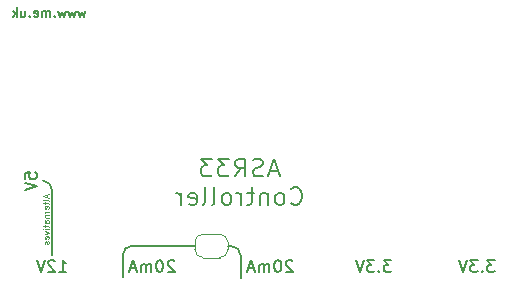
<source format=gbr>
%TF.GenerationSoftware,KiCad,Pcbnew,(6.0.1-0)*%
%TF.CreationDate,2022-01-29T16:53:29+00:00*%
%TF.ProjectId,ASR33,41535233-332e-46b6-9963-61645f706362,1*%
%TF.SameCoordinates,Original*%
%TF.FileFunction,Legend,Bot*%
%TF.FilePolarity,Positive*%
%FSLAX46Y46*%
G04 Gerber Fmt 4.6, Leading zero omitted, Abs format (unit mm)*
G04 Created by KiCad (PCBNEW (6.0.1-0)) date 2022-01-29 16:53:29*
%MOMM*%
%LPD*%
G01*
G04 APERTURE LIST*
%ADD10C,0.150000*%
%ADD11C,0.200000*%
%ADD12C,0.080000*%
%ADD13C,0.120000*%
G04 APERTURE END LIST*
D10*
X130750000Y-109750000D02*
G75*
G03*
X130000000Y-110500000I0J-750000D01*
G01*
X139219670Y-109780330D02*
X138900000Y-109750000D01*
X130750000Y-109750000D02*
X136100000Y-109750000D01*
X124000000Y-105000000D02*
G75*
G03*
X123250000Y-104250000I-750000J0D01*
G01*
X140000000Y-112500000D02*
X139969670Y-110530330D01*
X139969670Y-110530330D02*
G75*
G03*
X139219670Y-109780330I-750000J0D01*
G01*
X124000000Y-105000000D02*
X124000000Y-110500000D01*
X130000000Y-112400000D02*
X130000000Y-110500000D01*
X121702380Y-104059523D02*
X121702380Y-103583333D01*
X122178571Y-103535714D01*
X122130952Y-103583333D01*
X122083333Y-103678571D01*
X122083333Y-103916666D01*
X122130952Y-104011904D01*
X122178571Y-104059523D01*
X122273809Y-104107142D01*
X122511904Y-104107142D01*
X122607142Y-104059523D01*
X122654761Y-104011904D01*
X122702380Y-103916666D01*
X122702380Y-103678571D01*
X122654761Y-103583333D01*
X122607142Y-103535714D01*
X121702380Y-104392857D02*
X122702380Y-104726190D01*
X121702380Y-105059523D01*
X126835714Y-89828571D02*
X126683333Y-90361904D01*
X126530952Y-89980952D01*
X126378571Y-90361904D01*
X126226190Y-89828571D01*
X125997619Y-89828571D02*
X125845238Y-90361904D01*
X125692857Y-89980952D01*
X125540476Y-90361904D01*
X125388095Y-89828571D01*
X125159523Y-89828571D02*
X125007142Y-90361904D01*
X124854761Y-89980952D01*
X124702380Y-90361904D01*
X124550000Y-89828571D01*
X124245238Y-90285714D02*
X124207142Y-90323809D01*
X124245238Y-90361904D01*
X124283333Y-90323809D01*
X124245238Y-90285714D01*
X124245238Y-90361904D01*
X123864285Y-90361904D02*
X123864285Y-89828571D01*
X123864285Y-89904761D02*
X123826190Y-89866666D01*
X123750000Y-89828571D01*
X123635714Y-89828571D01*
X123559523Y-89866666D01*
X123521428Y-89942857D01*
X123521428Y-90361904D01*
X123521428Y-89942857D02*
X123483333Y-89866666D01*
X123407142Y-89828571D01*
X123292857Y-89828571D01*
X123216666Y-89866666D01*
X123178571Y-89942857D01*
X123178571Y-90361904D01*
X122492857Y-90323809D02*
X122569047Y-90361904D01*
X122721428Y-90361904D01*
X122797619Y-90323809D01*
X122835714Y-90247619D01*
X122835714Y-89942857D01*
X122797619Y-89866666D01*
X122721428Y-89828571D01*
X122569047Y-89828571D01*
X122492857Y-89866666D01*
X122454761Y-89942857D01*
X122454761Y-90019047D01*
X122835714Y-90095238D01*
X122111904Y-90285714D02*
X122073809Y-90323809D01*
X122111904Y-90361904D01*
X122150000Y-90323809D01*
X122111904Y-90285714D01*
X122111904Y-90361904D01*
X121388095Y-89828571D02*
X121388095Y-90361904D01*
X121730952Y-89828571D02*
X121730952Y-90247619D01*
X121692857Y-90323809D01*
X121616666Y-90361904D01*
X121502380Y-90361904D01*
X121426190Y-90323809D01*
X121388095Y-90285714D01*
X121007142Y-90361904D02*
X121007142Y-89561904D01*
X120930952Y-90057142D02*
X120702380Y-90361904D01*
X120702380Y-89828571D02*
X121007142Y-90133333D01*
X134357142Y-111047619D02*
X134309523Y-111000000D01*
X134214285Y-110952380D01*
X133976190Y-110952380D01*
X133880952Y-111000000D01*
X133833333Y-111047619D01*
X133785714Y-111142857D01*
X133785714Y-111238095D01*
X133833333Y-111380952D01*
X134404761Y-111952380D01*
X133785714Y-111952380D01*
X133166666Y-110952380D02*
X133071428Y-110952380D01*
X132976190Y-111000000D01*
X132928571Y-111047619D01*
X132880952Y-111142857D01*
X132833333Y-111333333D01*
X132833333Y-111571428D01*
X132880952Y-111761904D01*
X132928571Y-111857142D01*
X132976190Y-111904761D01*
X133071428Y-111952380D01*
X133166666Y-111952380D01*
X133261904Y-111904761D01*
X133309523Y-111857142D01*
X133357142Y-111761904D01*
X133404761Y-111571428D01*
X133404761Y-111333333D01*
X133357142Y-111142857D01*
X133309523Y-111047619D01*
X133261904Y-111000000D01*
X133166666Y-110952380D01*
X132404761Y-111952380D02*
X132404761Y-111285714D01*
X132404761Y-111380952D02*
X132357142Y-111333333D01*
X132261904Y-111285714D01*
X132119047Y-111285714D01*
X132023809Y-111333333D01*
X131976190Y-111428571D01*
X131976190Y-111952380D01*
X131976190Y-111428571D02*
X131928571Y-111333333D01*
X131833333Y-111285714D01*
X131690476Y-111285714D01*
X131595238Y-111333333D01*
X131547619Y-111428571D01*
X131547619Y-111952380D01*
X131119047Y-111666666D02*
X130642857Y-111666666D01*
X131214285Y-111952380D02*
X130880952Y-110952380D01*
X130547619Y-111952380D01*
D11*
X143150000Y-103442500D02*
X142435714Y-103442500D01*
X143292857Y-103871071D02*
X142792857Y-102371071D01*
X142292857Y-103871071D01*
X141864285Y-103799642D02*
X141650000Y-103871071D01*
X141292857Y-103871071D01*
X141150000Y-103799642D01*
X141078571Y-103728214D01*
X141007142Y-103585357D01*
X141007142Y-103442500D01*
X141078571Y-103299642D01*
X141150000Y-103228214D01*
X141292857Y-103156785D01*
X141578571Y-103085357D01*
X141721428Y-103013928D01*
X141792857Y-102942500D01*
X141864285Y-102799642D01*
X141864285Y-102656785D01*
X141792857Y-102513928D01*
X141721428Y-102442500D01*
X141578571Y-102371071D01*
X141221428Y-102371071D01*
X141007142Y-102442500D01*
X139507142Y-103871071D02*
X140007142Y-103156785D01*
X140364285Y-103871071D02*
X140364285Y-102371071D01*
X139792857Y-102371071D01*
X139650000Y-102442500D01*
X139578571Y-102513928D01*
X139507142Y-102656785D01*
X139507142Y-102871071D01*
X139578571Y-103013928D01*
X139650000Y-103085357D01*
X139792857Y-103156785D01*
X140364285Y-103156785D01*
X139007142Y-102371071D02*
X138078571Y-102371071D01*
X138578571Y-102942500D01*
X138364285Y-102942500D01*
X138221428Y-103013928D01*
X138150000Y-103085357D01*
X138078571Y-103228214D01*
X138078571Y-103585357D01*
X138150000Y-103728214D01*
X138221428Y-103799642D01*
X138364285Y-103871071D01*
X138792857Y-103871071D01*
X138935714Y-103799642D01*
X139007142Y-103728214D01*
X137578571Y-102371071D02*
X136650000Y-102371071D01*
X137150000Y-102942500D01*
X136935714Y-102942500D01*
X136792857Y-103013928D01*
X136721428Y-103085357D01*
X136650000Y-103228214D01*
X136650000Y-103585357D01*
X136721428Y-103728214D01*
X136792857Y-103799642D01*
X136935714Y-103871071D01*
X137364285Y-103871071D01*
X137507142Y-103799642D01*
X137578571Y-103728214D01*
X144257142Y-106143214D02*
X144328571Y-106214642D01*
X144542857Y-106286071D01*
X144685714Y-106286071D01*
X144900000Y-106214642D01*
X145042857Y-106071785D01*
X145114285Y-105928928D01*
X145185714Y-105643214D01*
X145185714Y-105428928D01*
X145114285Y-105143214D01*
X145042857Y-105000357D01*
X144900000Y-104857500D01*
X144685714Y-104786071D01*
X144542857Y-104786071D01*
X144328571Y-104857500D01*
X144257142Y-104928928D01*
X143400000Y-106286071D02*
X143542857Y-106214642D01*
X143614285Y-106143214D01*
X143685714Y-106000357D01*
X143685714Y-105571785D01*
X143614285Y-105428928D01*
X143542857Y-105357500D01*
X143400000Y-105286071D01*
X143185714Y-105286071D01*
X143042857Y-105357500D01*
X142971428Y-105428928D01*
X142900000Y-105571785D01*
X142900000Y-106000357D01*
X142971428Y-106143214D01*
X143042857Y-106214642D01*
X143185714Y-106286071D01*
X143400000Y-106286071D01*
X142257142Y-105286071D02*
X142257142Y-106286071D01*
X142257142Y-105428928D02*
X142185714Y-105357500D01*
X142042857Y-105286071D01*
X141828571Y-105286071D01*
X141685714Y-105357500D01*
X141614285Y-105500357D01*
X141614285Y-106286071D01*
X141114285Y-105286071D02*
X140542857Y-105286071D01*
X140900000Y-104786071D02*
X140900000Y-106071785D01*
X140828571Y-106214642D01*
X140685714Y-106286071D01*
X140542857Y-106286071D01*
X140042857Y-106286071D02*
X140042857Y-105286071D01*
X140042857Y-105571785D02*
X139971428Y-105428928D01*
X139900000Y-105357500D01*
X139757142Y-105286071D01*
X139614285Y-105286071D01*
X138900000Y-106286071D02*
X139042857Y-106214642D01*
X139114285Y-106143214D01*
X139185714Y-106000357D01*
X139185714Y-105571785D01*
X139114285Y-105428928D01*
X139042857Y-105357500D01*
X138900000Y-105286071D01*
X138685714Y-105286071D01*
X138542857Y-105357500D01*
X138471428Y-105428928D01*
X138400000Y-105571785D01*
X138400000Y-106000357D01*
X138471428Y-106143214D01*
X138542857Y-106214642D01*
X138685714Y-106286071D01*
X138900000Y-106286071D01*
X137542857Y-106286071D02*
X137685714Y-106214642D01*
X137757142Y-106071785D01*
X137757142Y-104786071D01*
X136757142Y-106286071D02*
X136900000Y-106214642D01*
X136971428Y-106071785D01*
X136971428Y-104786071D01*
X135614285Y-106214642D02*
X135757142Y-106286071D01*
X136042857Y-106286071D01*
X136185714Y-106214642D01*
X136257142Y-106071785D01*
X136257142Y-105500357D01*
X136185714Y-105357500D01*
X136042857Y-105286071D01*
X135757142Y-105286071D01*
X135614285Y-105357500D01*
X135542857Y-105500357D01*
X135542857Y-105643214D01*
X136257142Y-105786071D01*
X134900000Y-106286071D02*
X134900000Y-105286071D01*
X134900000Y-105571785D02*
X134828571Y-105428928D01*
X134757142Y-105357500D01*
X134614285Y-105286071D01*
X134471428Y-105286071D01*
D10*
X161476190Y-110952380D02*
X160857142Y-110952380D01*
X161190476Y-111333333D01*
X161047619Y-111333333D01*
X160952380Y-111380952D01*
X160904761Y-111428571D01*
X160857142Y-111523809D01*
X160857142Y-111761904D01*
X160904761Y-111857142D01*
X160952380Y-111904761D01*
X161047619Y-111952380D01*
X161333333Y-111952380D01*
X161428571Y-111904761D01*
X161476190Y-111857142D01*
X160428571Y-111857142D02*
X160380952Y-111904761D01*
X160428571Y-111952380D01*
X160476190Y-111904761D01*
X160428571Y-111857142D01*
X160428571Y-111952380D01*
X160047619Y-110952380D02*
X159428571Y-110952380D01*
X159761904Y-111333333D01*
X159619047Y-111333333D01*
X159523809Y-111380952D01*
X159476190Y-111428571D01*
X159428571Y-111523809D01*
X159428571Y-111761904D01*
X159476190Y-111857142D01*
X159523809Y-111904761D01*
X159619047Y-111952380D01*
X159904761Y-111952380D01*
X160000000Y-111904761D01*
X160047619Y-111857142D01*
X159142857Y-110952380D02*
X158809523Y-111952380D01*
X158476190Y-110952380D01*
X124619047Y-111952380D02*
X125190476Y-111952380D01*
X124904761Y-111952380D02*
X124904761Y-110952380D01*
X125000000Y-111095238D01*
X125095238Y-111190476D01*
X125190476Y-111238095D01*
X124238095Y-111047619D02*
X124190476Y-111000000D01*
X124095238Y-110952380D01*
X123857142Y-110952380D01*
X123761904Y-111000000D01*
X123714285Y-111047619D01*
X123666666Y-111142857D01*
X123666666Y-111238095D01*
X123714285Y-111380952D01*
X124285714Y-111952380D01*
X123666666Y-111952380D01*
X123380952Y-110952380D02*
X123047619Y-111952380D01*
X122714285Y-110952380D01*
X144357142Y-111047619D02*
X144309523Y-111000000D01*
X144214285Y-110952380D01*
X143976190Y-110952380D01*
X143880952Y-111000000D01*
X143833333Y-111047619D01*
X143785714Y-111142857D01*
X143785714Y-111238095D01*
X143833333Y-111380952D01*
X144404761Y-111952380D01*
X143785714Y-111952380D01*
X143166666Y-110952380D02*
X143071428Y-110952380D01*
X142976190Y-111000000D01*
X142928571Y-111047619D01*
X142880952Y-111142857D01*
X142833333Y-111333333D01*
X142833333Y-111571428D01*
X142880952Y-111761904D01*
X142928571Y-111857142D01*
X142976190Y-111904761D01*
X143071428Y-111952380D01*
X143166666Y-111952380D01*
X143261904Y-111904761D01*
X143309523Y-111857142D01*
X143357142Y-111761904D01*
X143404761Y-111571428D01*
X143404761Y-111333333D01*
X143357142Y-111142857D01*
X143309523Y-111047619D01*
X143261904Y-111000000D01*
X143166666Y-110952380D01*
X142404761Y-111952380D02*
X142404761Y-111285714D01*
X142404761Y-111380952D02*
X142357142Y-111333333D01*
X142261904Y-111285714D01*
X142119047Y-111285714D01*
X142023809Y-111333333D01*
X141976190Y-111428571D01*
X141976190Y-111952380D01*
X141976190Y-111428571D02*
X141928571Y-111333333D01*
X141833333Y-111285714D01*
X141690476Y-111285714D01*
X141595238Y-111333333D01*
X141547619Y-111428571D01*
X141547619Y-111952380D01*
X141119047Y-111666666D02*
X140642857Y-111666666D01*
X141214285Y-111952380D02*
X140880952Y-110952380D01*
X140547619Y-111952380D01*
D12*
X123583333Y-105416666D02*
X123583333Y-105654761D01*
X123726190Y-105369047D02*
X123226190Y-105535714D01*
X123726190Y-105702380D01*
X123726190Y-105940476D02*
X123702380Y-105892857D01*
X123654761Y-105869047D01*
X123226190Y-105869047D01*
X123392857Y-106059523D02*
X123392857Y-106250000D01*
X123226190Y-106130952D02*
X123654761Y-106130952D01*
X123702380Y-106154761D01*
X123726190Y-106202380D01*
X123726190Y-106250000D01*
X123702380Y-106607142D02*
X123726190Y-106559523D01*
X123726190Y-106464285D01*
X123702380Y-106416666D01*
X123654761Y-106392857D01*
X123464285Y-106392857D01*
X123416666Y-106416666D01*
X123392857Y-106464285D01*
X123392857Y-106559523D01*
X123416666Y-106607142D01*
X123464285Y-106630952D01*
X123511904Y-106630952D01*
X123559523Y-106392857D01*
X123726190Y-106845238D02*
X123392857Y-106845238D01*
X123488095Y-106845238D02*
X123440476Y-106869047D01*
X123416666Y-106892857D01*
X123392857Y-106940476D01*
X123392857Y-106988095D01*
X123392857Y-107154761D02*
X123726190Y-107154761D01*
X123440476Y-107154761D02*
X123416666Y-107178571D01*
X123392857Y-107226190D01*
X123392857Y-107297619D01*
X123416666Y-107345238D01*
X123464285Y-107369047D01*
X123726190Y-107369047D01*
X123726190Y-107821428D02*
X123464285Y-107821428D01*
X123416666Y-107797619D01*
X123392857Y-107750000D01*
X123392857Y-107654761D01*
X123416666Y-107607142D01*
X123702380Y-107821428D02*
X123726190Y-107773809D01*
X123726190Y-107654761D01*
X123702380Y-107607142D01*
X123654761Y-107583333D01*
X123607142Y-107583333D01*
X123559523Y-107607142D01*
X123535714Y-107654761D01*
X123535714Y-107773809D01*
X123511904Y-107821428D01*
X123392857Y-107988095D02*
X123392857Y-108178571D01*
X123226190Y-108059523D02*
X123654761Y-108059523D01*
X123702380Y-108083333D01*
X123726190Y-108130952D01*
X123726190Y-108178571D01*
X123726190Y-108345238D02*
X123392857Y-108345238D01*
X123226190Y-108345238D02*
X123250000Y-108321428D01*
X123273809Y-108345238D01*
X123250000Y-108369047D01*
X123226190Y-108345238D01*
X123273809Y-108345238D01*
X123392857Y-108535714D02*
X123726190Y-108654761D01*
X123392857Y-108773809D01*
X123702380Y-109154761D02*
X123726190Y-109107142D01*
X123726190Y-109011904D01*
X123702380Y-108964285D01*
X123654761Y-108940476D01*
X123464285Y-108940476D01*
X123416666Y-108964285D01*
X123392857Y-109011904D01*
X123392857Y-109107142D01*
X123416666Y-109154761D01*
X123464285Y-109178571D01*
X123511904Y-109178571D01*
X123559523Y-108940476D01*
X123702380Y-109369047D02*
X123726190Y-109416666D01*
X123726190Y-109511904D01*
X123702380Y-109559523D01*
X123654761Y-109583333D01*
X123630952Y-109583333D01*
X123583333Y-109559523D01*
X123559523Y-109511904D01*
X123559523Y-109440476D01*
X123535714Y-109392857D01*
X123488095Y-109369047D01*
X123464285Y-109369047D01*
X123416666Y-109392857D01*
X123392857Y-109440476D01*
X123392857Y-109511904D01*
X123416666Y-109559523D01*
D10*
X152726190Y-110952380D02*
X152107142Y-110952380D01*
X152440476Y-111333333D01*
X152297619Y-111333333D01*
X152202380Y-111380952D01*
X152154761Y-111428571D01*
X152107142Y-111523809D01*
X152107142Y-111761904D01*
X152154761Y-111857142D01*
X152202380Y-111904761D01*
X152297619Y-111952380D01*
X152583333Y-111952380D01*
X152678571Y-111904761D01*
X152726190Y-111857142D01*
X151678571Y-111857142D02*
X151630952Y-111904761D01*
X151678571Y-111952380D01*
X151726190Y-111904761D01*
X151678571Y-111857142D01*
X151678571Y-111952380D01*
X151297619Y-110952380D02*
X150678571Y-110952380D01*
X151011904Y-111333333D01*
X150869047Y-111333333D01*
X150773809Y-111380952D01*
X150726190Y-111428571D01*
X150678571Y-111523809D01*
X150678571Y-111761904D01*
X150726190Y-111857142D01*
X150773809Y-111904761D01*
X150869047Y-111952380D01*
X151154761Y-111952380D01*
X151250000Y-111904761D01*
X151297619Y-111857142D01*
X150392857Y-110952380D02*
X150059523Y-111952380D01*
X149726190Y-110952380D01*
D13*
%TO.C,JP1*%
X136100000Y-109450000D02*
X136100000Y-110050000D01*
X136800000Y-110750000D02*
X138200000Y-110750000D01*
X138200000Y-108750000D02*
X136800000Y-108750000D01*
X138900000Y-110050000D02*
X138900000Y-109450000D01*
X136100000Y-110050000D02*
G75*
G03*
X136800000Y-110750000I699999J-1D01*
G01*
X138200000Y-110750000D02*
G75*
G03*
X138900000Y-110050000I1J699999D01*
G01*
X138900000Y-109450000D02*
G75*
G03*
X138200000Y-108750000I-699999J1D01*
G01*
X136800000Y-108750000D02*
G75*
G03*
X136100000Y-109450000I-1J-699999D01*
G01*
%TD*%
M02*

</source>
